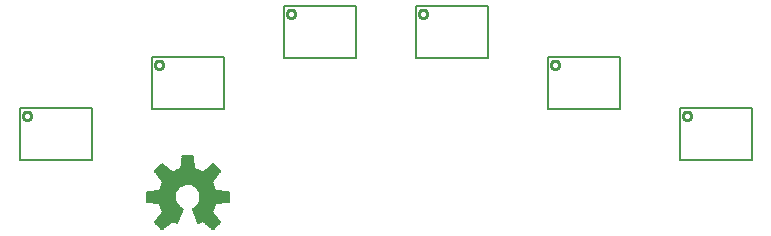
<source format=gbo>
G75*
G70*
%OFA0B0*%
%FSLAX24Y24*%
%IPPOS*%
%LPD*%
%AMOC8*
5,1,8,0,0,1.08239X$1,22.5*
%
%ADD10C,0.0080*%
%ADD11C,0.0100*%
%ADD12C,0.0059*%
D10*
X007433Y010420D02*
X009833Y010420D01*
X009833Y012150D01*
X007433Y012150D01*
X007433Y010420D01*
X011833Y012120D02*
X014233Y012120D01*
X014233Y013850D01*
X011833Y013850D01*
X011833Y012120D01*
X016233Y013820D02*
X018633Y013820D01*
X018633Y015550D01*
X016233Y015550D01*
X016233Y013820D01*
X020633Y013820D02*
X020633Y015550D01*
X023033Y015550D01*
X023033Y013820D01*
X020633Y013820D01*
X025033Y013850D02*
X025033Y012120D01*
X027433Y012120D01*
X027433Y013850D01*
X025033Y013850D01*
X029433Y012150D02*
X031833Y012150D01*
X031833Y010420D01*
X029433Y010420D01*
X029433Y012150D01*
D11*
X029542Y011900D02*
X029544Y011923D01*
X029550Y011946D01*
X029559Y011967D01*
X029572Y011987D01*
X029588Y012004D01*
X029606Y012018D01*
X029626Y012029D01*
X029648Y012037D01*
X029671Y012041D01*
X029695Y012041D01*
X029718Y012037D01*
X029740Y012029D01*
X029760Y012018D01*
X029778Y012004D01*
X029794Y011987D01*
X029807Y011967D01*
X029816Y011946D01*
X029822Y011923D01*
X029824Y011900D01*
X029822Y011877D01*
X029816Y011854D01*
X029807Y011833D01*
X029794Y011813D01*
X029778Y011796D01*
X029760Y011782D01*
X029740Y011771D01*
X029718Y011763D01*
X029695Y011759D01*
X029671Y011759D01*
X029648Y011763D01*
X029626Y011771D01*
X029606Y011782D01*
X029588Y011796D01*
X029572Y011813D01*
X029559Y011833D01*
X029550Y011854D01*
X029544Y011877D01*
X029542Y011900D01*
X025142Y013600D02*
X025144Y013623D01*
X025150Y013646D01*
X025159Y013667D01*
X025172Y013687D01*
X025188Y013704D01*
X025206Y013718D01*
X025226Y013729D01*
X025248Y013737D01*
X025271Y013741D01*
X025295Y013741D01*
X025318Y013737D01*
X025340Y013729D01*
X025360Y013718D01*
X025378Y013704D01*
X025394Y013687D01*
X025407Y013667D01*
X025416Y013646D01*
X025422Y013623D01*
X025424Y013600D01*
X025422Y013577D01*
X025416Y013554D01*
X025407Y013533D01*
X025394Y013513D01*
X025378Y013496D01*
X025360Y013482D01*
X025340Y013471D01*
X025318Y013463D01*
X025295Y013459D01*
X025271Y013459D01*
X025248Y013463D01*
X025226Y013471D01*
X025206Y013482D01*
X025188Y013496D01*
X025172Y013513D01*
X025159Y013533D01*
X025150Y013554D01*
X025144Y013577D01*
X025142Y013600D01*
X020742Y015300D02*
X020744Y015323D01*
X020750Y015346D01*
X020759Y015367D01*
X020772Y015387D01*
X020788Y015404D01*
X020806Y015418D01*
X020826Y015429D01*
X020848Y015437D01*
X020871Y015441D01*
X020895Y015441D01*
X020918Y015437D01*
X020940Y015429D01*
X020960Y015418D01*
X020978Y015404D01*
X020994Y015387D01*
X021007Y015367D01*
X021016Y015346D01*
X021022Y015323D01*
X021024Y015300D01*
X021022Y015277D01*
X021016Y015254D01*
X021007Y015233D01*
X020994Y015213D01*
X020978Y015196D01*
X020960Y015182D01*
X020940Y015171D01*
X020918Y015163D01*
X020895Y015159D01*
X020871Y015159D01*
X020848Y015163D01*
X020826Y015171D01*
X020806Y015182D01*
X020788Y015196D01*
X020772Y015213D01*
X020759Y015233D01*
X020750Y015254D01*
X020744Y015277D01*
X020742Y015300D01*
X016342Y015300D02*
X016344Y015323D01*
X016350Y015346D01*
X016359Y015367D01*
X016372Y015387D01*
X016388Y015404D01*
X016406Y015418D01*
X016426Y015429D01*
X016448Y015437D01*
X016471Y015441D01*
X016495Y015441D01*
X016518Y015437D01*
X016540Y015429D01*
X016560Y015418D01*
X016578Y015404D01*
X016594Y015387D01*
X016607Y015367D01*
X016616Y015346D01*
X016622Y015323D01*
X016624Y015300D01*
X016622Y015277D01*
X016616Y015254D01*
X016607Y015233D01*
X016594Y015213D01*
X016578Y015196D01*
X016560Y015182D01*
X016540Y015171D01*
X016518Y015163D01*
X016495Y015159D01*
X016471Y015159D01*
X016448Y015163D01*
X016426Y015171D01*
X016406Y015182D01*
X016388Y015196D01*
X016372Y015213D01*
X016359Y015233D01*
X016350Y015254D01*
X016344Y015277D01*
X016342Y015300D01*
X011942Y013600D02*
X011944Y013623D01*
X011950Y013646D01*
X011959Y013667D01*
X011972Y013687D01*
X011988Y013704D01*
X012006Y013718D01*
X012026Y013729D01*
X012048Y013737D01*
X012071Y013741D01*
X012095Y013741D01*
X012118Y013737D01*
X012140Y013729D01*
X012160Y013718D01*
X012178Y013704D01*
X012194Y013687D01*
X012207Y013667D01*
X012216Y013646D01*
X012222Y013623D01*
X012224Y013600D01*
X012222Y013577D01*
X012216Y013554D01*
X012207Y013533D01*
X012194Y013513D01*
X012178Y013496D01*
X012160Y013482D01*
X012140Y013471D01*
X012118Y013463D01*
X012095Y013459D01*
X012071Y013459D01*
X012048Y013463D01*
X012026Y013471D01*
X012006Y013482D01*
X011988Y013496D01*
X011972Y013513D01*
X011959Y013533D01*
X011950Y013554D01*
X011944Y013577D01*
X011942Y013600D01*
X007542Y011900D02*
X007544Y011923D01*
X007550Y011946D01*
X007559Y011967D01*
X007572Y011987D01*
X007588Y012004D01*
X007606Y012018D01*
X007626Y012029D01*
X007648Y012037D01*
X007671Y012041D01*
X007695Y012041D01*
X007718Y012037D01*
X007740Y012029D01*
X007760Y012018D01*
X007778Y012004D01*
X007794Y011987D01*
X007807Y011967D01*
X007816Y011946D01*
X007822Y011923D01*
X007824Y011900D01*
X007822Y011877D01*
X007816Y011854D01*
X007807Y011833D01*
X007794Y011813D01*
X007778Y011796D01*
X007760Y011782D01*
X007740Y011771D01*
X007718Y011763D01*
X007695Y011759D01*
X007671Y011759D01*
X007648Y011763D01*
X007626Y011771D01*
X007606Y011782D01*
X007588Y011796D01*
X007572Y011813D01*
X007559Y011833D01*
X007550Y011854D01*
X007544Y011877D01*
X007542Y011900D01*
D12*
X011948Y008352D02*
X012185Y008114D01*
X012531Y008397D01*
X012600Y008358D01*
X012671Y008325D01*
X012869Y008802D01*
X012797Y008840D01*
X012734Y008890D01*
X012682Y008952D01*
X012641Y009022D01*
X012615Y009098D01*
X012603Y009178D01*
X012607Y009259D01*
X012625Y009337D01*
X012658Y009411D01*
X012704Y009477D01*
X012762Y009534D01*
X012829Y009579D01*
X012903Y009610D01*
X012982Y009628D01*
X013063Y009630D01*
X013142Y009617D01*
X013218Y009589D01*
X013288Y009548D01*
X013348Y009494D01*
X013397Y009430D01*
X013434Y009358D01*
X013456Y009280D01*
X013464Y009200D01*
X013458Y009128D01*
X013440Y009058D01*
X013410Y008992D01*
X013370Y008932D01*
X013320Y008879D01*
X013262Y008835D01*
X013198Y008802D01*
X013396Y008325D01*
X013467Y008358D01*
X013535Y008397D01*
X013882Y008114D01*
X014119Y008352D01*
X013837Y008698D01*
X013887Y008790D01*
X013927Y008886D01*
X013956Y008987D01*
X014401Y009032D01*
X014401Y009368D01*
X013956Y009413D01*
X013927Y009514D01*
X013887Y009610D01*
X013837Y009702D01*
X014119Y010048D01*
X013882Y010286D01*
X013535Y010003D01*
X013444Y010054D01*
X013347Y010094D01*
X013246Y010123D01*
X013201Y010568D01*
X012865Y010568D01*
X012820Y010123D01*
X012720Y010094D01*
X012623Y010054D01*
X012531Y010003D01*
X012185Y010286D01*
X011948Y010048D01*
X012230Y009702D01*
X012179Y009610D01*
X012139Y009514D01*
X012110Y009413D01*
X011666Y009368D01*
X011666Y009032D01*
X012110Y008987D01*
X012139Y008886D01*
X012179Y008790D01*
X012230Y008698D01*
X011948Y008352D01*
X011961Y008368D02*
X012497Y008368D01*
X012581Y008368D02*
X012689Y008368D01*
X012713Y008426D02*
X012008Y008426D01*
X012055Y008484D02*
X012737Y008484D01*
X012760Y008541D02*
X012102Y008541D01*
X012149Y008599D02*
X012784Y008599D01*
X012808Y008656D02*
X012196Y008656D01*
X012221Y008714D02*
X012832Y008714D01*
X012856Y008771D02*
X012190Y008771D01*
X012163Y008829D02*
X012818Y008829D01*
X012739Y008886D02*
X012139Y008886D01*
X012123Y008944D02*
X012688Y008944D01*
X012653Y009002D02*
X011966Y009002D01*
X011666Y009059D02*
X012628Y009059D01*
X012612Y009117D02*
X011666Y009117D01*
X011666Y009174D02*
X012604Y009174D01*
X012606Y009232D02*
X011666Y009232D01*
X011666Y009289D02*
X012614Y009289D01*
X012629Y009347D02*
X011666Y009347D01*
X012025Y009404D02*
X012655Y009404D01*
X012693Y009462D02*
X012124Y009462D01*
X012142Y009520D02*
X012747Y009520D01*
X012826Y009577D02*
X012166Y009577D01*
X012193Y009635D02*
X013874Y009635D01*
X013901Y009577D02*
X013238Y009577D01*
X013319Y009520D02*
X013925Y009520D01*
X013942Y009462D02*
X013373Y009462D01*
X013410Y009404D02*
X014042Y009404D01*
X014401Y009347D02*
X013437Y009347D01*
X013454Y009289D02*
X014401Y009289D01*
X014401Y009232D02*
X013461Y009232D01*
X013462Y009174D02*
X014401Y009174D01*
X014401Y009117D02*
X013455Y009117D01*
X013440Y009059D02*
X014401Y009059D01*
X014101Y009002D02*
X013415Y009002D01*
X013378Y008944D02*
X013944Y008944D01*
X013927Y008886D02*
X013327Y008886D01*
X013250Y008829D02*
X013903Y008829D01*
X013877Y008771D02*
X013211Y008771D01*
X013235Y008714D02*
X013845Y008714D01*
X013871Y008656D02*
X013259Y008656D01*
X013282Y008599D02*
X013918Y008599D01*
X013965Y008541D02*
X013306Y008541D01*
X013330Y008484D02*
X014012Y008484D01*
X014059Y008426D02*
X013354Y008426D01*
X013378Y008368D02*
X013486Y008368D01*
X013570Y008368D02*
X014105Y008368D01*
X014078Y008311D02*
X013640Y008311D01*
X013711Y008253D02*
X014021Y008253D01*
X013963Y008196D02*
X013782Y008196D01*
X013852Y008138D02*
X013906Y008138D01*
X012426Y008311D02*
X011988Y008311D01*
X012046Y008253D02*
X012356Y008253D01*
X012285Y008196D02*
X012103Y008196D01*
X012161Y008138D02*
X012214Y008138D01*
X012225Y009692D02*
X013842Y009692D01*
X013876Y009750D02*
X012191Y009750D01*
X012144Y009807D02*
X013923Y009807D01*
X013970Y009865D02*
X012097Y009865D01*
X012050Y009922D02*
X014016Y009922D01*
X014063Y009980D02*
X012003Y009980D01*
X011956Y010038D02*
X012489Y010038D01*
X012419Y010095D02*
X011994Y010095D01*
X012052Y010153D02*
X012348Y010153D01*
X012278Y010210D02*
X012109Y010210D01*
X012167Y010268D02*
X012207Y010268D01*
X012593Y010038D02*
X013473Y010038D01*
X013577Y010038D02*
X014110Y010038D01*
X014072Y010095D02*
X013648Y010095D01*
X013718Y010153D02*
X014015Y010153D01*
X013957Y010210D02*
X013789Y010210D01*
X013860Y010268D02*
X013900Y010268D01*
X013343Y010095D02*
X012724Y010095D01*
X012823Y010153D02*
X013243Y010153D01*
X013238Y010210D02*
X012829Y010210D01*
X012835Y010268D02*
X013232Y010268D01*
X013226Y010325D02*
X012841Y010325D01*
X012847Y010383D02*
X013220Y010383D01*
X013214Y010440D02*
X012852Y010440D01*
X012858Y010498D02*
X013208Y010498D01*
X013202Y010556D02*
X012864Y010556D01*
M02*

</source>
